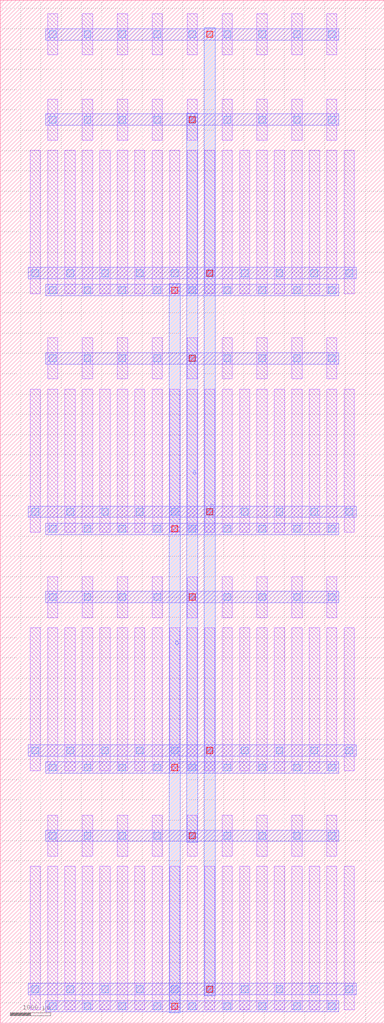
<source format=lef>
MACRO PMOS_S_24460802_X9_Y4
  UNITS 
    DATABASE MICRONS UNITS 1000;
  END UNITS 
  ORIGIN 0 0 ;
  FOREIGN PMOS_S_24460802_X9_Y4 0 0 ;
  SIZE 9460 BY 25200 ;
  PIN D
    DIRECTION INOUT ;
    USE SIGNAL ;
    PORT
      LAYER M3 ;
        RECT 4160 260 4440 18220 ;
    END
  END D
  PIN G
    DIRECTION INOUT ;
    USE SIGNAL ;
    PORT
      LAYER M3 ;
        RECT 4590 4460 4870 22420 ;
    END
  END G
  PIN S
    DIRECTION INOUT ;
    USE SIGNAL ;
    PORT
      LAYER M3 ;
        RECT 5020 680 5300 24520 ;
    END
  END S
  OBS
    LAYER M1 ;
      RECT 1165 335 1415 3865 ;
    LAYER M1 ;
      RECT 1165 4115 1415 5125 ;
    LAYER M1 ;
      RECT 1165 6215 1415 9745 ;
    LAYER M1 ;
      RECT 1165 9995 1415 11005 ;
    LAYER M1 ;
      RECT 1165 12095 1415 15625 ;
    LAYER M1 ;
      RECT 1165 15875 1415 16885 ;
    LAYER M1 ;
      RECT 1165 17975 1415 21505 ;
    LAYER M1 ;
      RECT 1165 21755 1415 22765 ;
    LAYER M1 ;
      RECT 1165 23855 1415 24865 ;
    LAYER M1 ;
      RECT 735 335 985 3865 ;
    LAYER M1 ;
      RECT 735 6215 985 9745 ;
    LAYER M1 ;
      RECT 735 12095 985 15625 ;
    LAYER M1 ;
      RECT 735 17975 985 21505 ;
    LAYER M1 ;
      RECT 1595 335 1845 3865 ;
    LAYER M1 ;
      RECT 1595 6215 1845 9745 ;
    LAYER M1 ;
      RECT 1595 12095 1845 15625 ;
    LAYER M1 ;
      RECT 1595 17975 1845 21505 ;
    LAYER M1 ;
      RECT 2025 335 2275 3865 ;
    LAYER M1 ;
      RECT 2025 4115 2275 5125 ;
    LAYER M1 ;
      RECT 2025 6215 2275 9745 ;
    LAYER M1 ;
      RECT 2025 9995 2275 11005 ;
    LAYER M1 ;
      RECT 2025 12095 2275 15625 ;
    LAYER M1 ;
      RECT 2025 15875 2275 16885 ;
    LAYER M1 ;
      RECT 2025 17975 2275 21505 ;
    LAYER M1 ;
      RECT 2025 21755 2275 22765 ;
    LAYER M1 ;
      RECT 2025 23855 2275 24865 ;
    LAYER M1 ;
      RECT 2455 335 2705 3865 ;
    LAYER M1 ;
      RECT 2455 6215 2705 9745 ;
    LAYER M1 ;
      RECT 2455 12095 2705 15625 ;
    LAYER M1 ;
      RECT 2455 17975 2705 21505 ;
    LAYER M1 ;
      RECT 2885 335 3135 3865 ;
    LAYER M1 ;
      RECT 2885 4115 3135 5125 ;
    LAYER M1 ;
      RECT 2885 6215 3135 9745 ;
    LAYER M1 ;
      RECT 2885 9995 3135 11005 ;
    LAYER M1 ;
      RECT 2885 12095 3135 15625 ;
    LAYER M1 ;
      RECT 2885 15875 3135 16885 ;
    LAYER M1 ;
      RECT 2885 17975 3135 21505 ;
    LAYER M1 ;
      RECT 2885 21755 3135 22765 ;
    LAYER M1 ;
      RECT 2885 23855 3135 24865 ;
    LAYER M1 ;
      RECT 3315 335 3565 3865 ;
    LAYER M1 ;
      RECT 3315 6215 3565 9745 ;
    LAYER M1 ;
      RECT 3315 12095 3565 15625 ;
    LAYER M1 ;
      RECT 3315 17975 3565 21505 ;
    LAYER M1 ;
      RECT 3745 335 3995 3865 ;
    LAYER M1 ;
      RECT 3745 4115 3995 5125 ;
    LAYER M1 ;
      RECT 3745 6215 3995 9745 ;
    LAYER M1 ;
      RECT 3745 9995 3995 11005 ;
    LAYER M1 ;
      RECT 3745 12095 3995 15625 ;
    LAYER M1 ;
      RECT 3745 15875 3995 16885 ;
    LAYER M1 ;
      RECT 3745 17975 3995 21505 ;
    LAYER M1 ;
      RECT 3745 21755 3995 22765 ;
    LAYER M1 ;
      RECT 3745 23855 3995 24865 ;
    LAYER M1 ;
      RECT 4175 335 4425 3865 ;
    LAYER M1 ;
      RECT 4175 6215 4425 9745 ;
    LAYER M1 ;
      RECT 4175 12095 4425 15625 ;
    LAYER M1 ;
      RECT 4175 17975 4425 21505 ;
    LAYER M1 ;
      RECT 4605 335 4855 3865 ;
    LAYER M1 ;
      RECT 4605 4115 4855 5125 ;
    LAYER M1 ;
      RECT 4605 6215 4855 9745 ;
    LAYER M1 ;
      RECT 4605 9995 4855 11005 ;
    LAYER M1 ;
      RECT 4605 12095 4855 15625 ;
    LAYER M1 ;
      RECT 4605 15875 4855 16885 ;
    LAYER M1 ;
      RECT 4605 17975 4855 21505 ;
    LAYER M1 ;
      RECT 4605 21755 4855 22765 ;
    LAYER M1 ;
      RECT 4605 23855 4855 24865 ;
    LAYER M1 ;
      RECT 5035 335 5285 3865 ;
    LAYER M1 ;
      RECT 5035 6215 5285 9745 ;
    LAYER M1 ;
      RECT 5035 12095 5285 15625 ;
    LAYER M1 ;
      RECT 5035 17975 5285 21505 ;
    LAYER M1 ;
      RECT 5465 335 5715 3865 ;
    LAYER M1 ;
      RECT 5465 4115 5715 5125 ;
    LAYER M1 ;
      RECT 5465 6215 5715 9745 ;
    LAYER M1 ;
      RECT 5465 9995 5715 11005 ;
    LAYER M1 ;
      RECT 5465 12095 5715 15625 ;
    LAYER M1 ;
      RECT 5465 15875 5715 16885 ;
    LAYER M1 ;
      RECT 5465 17975 5715 21505 ;
    LAYER M1 ;
      RECT 5465 21755 5715 22765 ;
    LAYER M1 ;
      RECT 5465 23855 5715 24865 ;
    LAYER M1 ;
      RECT 5895 335 6145 3865 ;
    LAYER M1 ;
      RECT 5895 6215 6145 9745 ;
    LAYER M1 ;
      RECT 5895 12095 6145 15625 ;
    LAYER M1 ;
      RECT 5895 17975 6145 21505 ;
    LAYER M1 ;
      RECT 6325 335 6575 3865 ;
    LAYER M1 ;
      RECT 6325 4115 6575 5125 ;
    LAYER M1 ;
      RECT 6325 6215 6575 9745 ;
    LAYER M1 ;
      RECT 6325 9995 6575 11005 ;
    LAYER M1 ;
      RECT 6325 12095 6575 15625 ;
    LAYER M1 ;
      RECT 6325 15875 6575 16885 ;
    LAYER M1 ;
      RECT 6325 17975 6575 21505 ;
    LAYER M1 ;
      RECT 6325 21755 6575 22765 ;
    LAYER M1 ;
      RECT 6325 23855 6575 24865 ;
    LAYER M1 ;
      RECT 6755 335 7005 3865 ;
    LAYER M1 ;
      RECT 6755 6215 7005 9745 ;
    LAYER M1 ;
      RECT 6755 12095 7005 15625 ;
    LAYER M1 ;
      RECT 6755 17975 7005 21505 ;
    LAYER M1 ;
      RECT 7185 335 7435 3865 ;
    LAYER M1 ;
      RECT 7185 4115 7435 5125 ;
    LAYER M1 ;
      RECT 7185 6215 7435 9745 ;
    LAYER M1 ;
      RECT 7185 9995 7435 11005 ;
    LAYER M1 ;
      RECT 7185 12095 7435 15625 ;
    LAYER M1 ;
      RECT 7185 15875 7435 16885 ;
    LAYER M1 ;
      RECT 7185 17975 7435 21505 ;
    LAYER M1 ;
      RECT 7185 21755 7435 22765 ;
    LAYER M1 ;
      RECT 7185 23855 7435 24865 ;
    LAYER M1 ;
      RECT 7615 335 7865 3865 ;
    LAYER M1 ;
      RECT 7615 6215 7865 9745 ;
    LAYER M1 ;
      RECT 7615 12095 7865 15625 ;
    LAYER M1 ;
      RECT 7615 17975 7865 21505 ;
    LAYER M1 ;
      RECT 8045 335 8295 3865 ;
    LAYER M1 ;
      RECT 8045 4115 8295 5125 ;
    LAYER M1 ;
      RECT 8045 6215 8295 9745 ;
    LAYER M1 ;
      RECT 8045 9995 8295 11005 ;
    LAYER M1 ;
      RECT 8045 12095 8295 15625 ;
    LAYER M1 ;
      RECT 8045 15875 8295 16885 ;
    LAYER M1 ;
      RECT 8045 17975 8295 21505 ;
    LAYER M1 ;
      RECT 8045 21755 8295 22765 ;
    LAYER M1 ;
      RECT 8045 23855 8295 24865 ;
    LAYER M1 ;
      RECT 8475 335 8725 3865 ;
    LAYER M1 ;
      RECT 8475 6215 8725 9745 ;
    LAYER M1 ;
      RECT 8475 12095 8725 15625 ;
    LAYER M1 ;
      RECT 8475 17975 8725 21505 ;
    LAYER M2 ;
      RECT 1120 280 8340 560 ;
    LAYER M2 ;
      RECT 1120 4480 8340 4760 ;
    LAYER M2 ;
      RECT 690 700 8770 980 ;
    LAYER M2 ;
      RECT 1120 6160 8340 6440 ;
    LAYER M2 ;
      RECT 1120 10360 8340 10640 ;
    LAYER M2 ;
      RECT 690 6580 8770 6860 ;
    LAYER M2 ;
      RECT 1120 12040 8340 12320 ;
    LAYER M2 ;
      RECT 1120 16240 8340 16520 ;
    LAYER M2 ;
      RECT 690 12460 8770 12740 ;
    LAYER M2 ;
      RECT 1120 17920 8340 18200 ;
    LAYER M2 ;
      RECT 1120 22120 8340 22400 ;
    LAYER M2 ;
      RECT 1120 24220 8340 24500 ;
    LAYER M2 ;
      RECT 690 18340 8770 18620 ;
    LAYER V1 ;
      RECT 1205 335 1375 505 ;
    LAYER V1 ;
      RECT 1205 4535 1375 4705 ;
    LAYER V1 ;
      RECT 1205 6215 1375 6385 ;
    LAYER V1 ;
      RECT 1205 10415 1375 10585 ;
    LAYER V1 ;
      RECT 1205 12095 1375 12265 ;
    LAYER V1 ;
      RECT 1205 16295 1375 16465 ;
    LAYER V1 ;
      RECT 1205 17975 1375 18145 ;
    LAYER V1 ;
      RECT 1205 22175 1375 22345 ;
    LAYER V1 ;
      RECT 1205 24275 1375 24445 ;
    LAYER V1 ;
      RECT 2065 335 2235 505 ;
    LAYER V1 ;
      RECT 2065 4535 2235 4705 ;
    LAYER V1 ;
      RECT 2065 6215 2235 6385 ;
    LAYER V1 ;
      RECT 2065 10415 2235 10585 ;
    LAYER V1 ;
      RECT 2065 12095 2235 12265 ;
    LAYER V1 ;
      RECT 2065 16295 2235 16465 ;
    LAYER V1 ;
      RECT 2065 17975 2235 18145 ;
    LAYER V1 ;
      RECT 2065 22175 2235 22345 ;
    LAYER V1 ;
      RECT 2065 24275 2235 24445 ;
    LAYER V1 ;
      RECT 2925 335 3095 505 ;
    LAYER V1 ;
      RECT 2925 4535 3095 4705 ;
    LAYER V1 ;
      RECT 2925 6215 3095 6385 ;
    LAYER V1 ;
      RECT 2925 10415 3095 10585 ;
    LAYER V1 ;
      RECT 2925 12095 3095 12265 ;
    LAYER V1 ;
      RECT 2925 16295 3095 16465 ;
    LAYER V1 ;
      RECT 2925 17975 3095 18145 ;
    LAYER V1 ;
      RECT 2925 22175 3095 22345 ;
    LAYER V1 ;
      RECT 2925 24275 3095 24445 ;
    LAYER V1 ;
      RECT 3785 335 3955 505 ;
    LAYER V1 ;
      RECT 3785 4535 3955 4705 ;
    LAYER V1 ;
      RECT 3785 6215 3955 6385 ;
    LAYER V1 ;
      RECT 3785 10415 3955 10585 ;
    LAYER V1 ;
      RECT 3785 12095 3955 12265 ;
    LAYER V1 ;
      RECT 3785 16295 3955 16465 ;
    LAYER V1 ;
      RECT 3785 17975 3955 18145 ;
    LAYER V1 ;
      RECT 3785 22175 3955 22345 ;
    LAYER V1 ;
      RECT 3785 24275 3955 24445 ;
    LAYER V1 ;
      RECT 4645 335 4815 505 ;
    LAYER V1 ;
      RECT 4645 4535 4815 4705 ;
    LAYER V1 ;
      RECT 4645 6215 4815 6385 ;
    LAYER V1 ;
      RECT 4645 10415 4815 10585 ;
    LAYER V1 ;
      RECT 4645 12095 4815 12265 ;
    LAYER V1 ;
      RECT 4645 16295 4815 16465 ;
    LAYER V1 ;
      RECT 4645 17975 4815 18145 ;
    LAYER V1 ;
      RECT 4645 22175 4815 22345 ;
    LAYER V1 ;
      RECT 4645 24275 4815 24445 ;
    LAYER V1 ;
      RECT 5505 335 5675 505 ;
    LAYER V1 ;
      RECT 5505 4535 5675 4705 ;
    LAYER V1 ;
      RECT 5505 6215 5675 6385 ;
    LAYER V1 ;
      RECT 5505 10415 5675 10585 ;
    LAYER V1 ;
      RECT 5505 12095 5675 12265 ;
    LAYER V1 ;
      RECT 5505 16295 5675 16465 ;
    LAYER V1 ;
      RECT 5505 17975 5675 18145 ;
    LAYER V1 ;
      RECT 5505 22175 5675 22345 ;
    LAYER V1 ;
      RECT 5505 24275 5675 24445 ;
    LAYER V1 ;
      RECT 6365 335 6535 505 ;
    LAYER V1 ;
      RECT 6365 4535 6535 4705 ;
    LAYER V1 ;
      RECT 6365 6215 6535 6385 ;
    LAYER V1 ;
      RECT 6365 10415 6535 10585 ;
    LAYER V1 ;
      RECT 6365 12095 6535 12265 ;
    LAYER V1 ;
      RECT 6365 16295 6535 16465 ;
    LAYER V1 ;
      RECT 6365 17975 6535 18145 ;
    LAYER V1 ;
      RECT 6365 22175 6535 22345 ;
    LAYER V1 ;
      RECT 6365 24275 6535 24445 ;
    LAYER V1 ;
      RECT 7225 335 7395 505 ;
    LAYER V1 ;
      RECT 7225 4535 7395 4705 ;
    LAYER V1 ;
      RECT 7225 6215 7395 6385 ;
    LAYER V1 ;
      RECT 7225 10415 7395 10585 ;
    LAYER V1 ;
      RECT 7225 12095 7395 12265 ;
    LAYER V1 ;
      RECT 7225 16295 7395 16465 ;
    LAYER V1 ;
      RECT 7225 17975 7395 18145 ;
    LAYER V1 ;
      RECT 7225 22175 7395 22345 ;
    LAYER V1 ;
      RECT 7225 24275 7395 24445 ;
    LAYER V1 ;
      RECT 8085 335 8255 505 ;
    LAYER V1 ;
      RECT 8085 4535 8255 4705 ;
    LAYER V1 ;
      RECT 8085 6215 8255 6385 ;
    LAYER V1 ;
      RECT 8085 10415 8255 10585 ;
    LAYER V1 ;
      RECT 8085 12095 8255 12265 ;
    LAYER V1 ;
      RECT 8085 16295 8255 16465 ;
    LAYER V1 ;
      RECT 8085 17975 8255 18145 ;
    LAYER V1 ;
      RECT 8085 22175 8255 22345 ;
    LAYER V1 ;
      RECT 8085 24275 8255 24445 ;
    LAYER V1 ;
      RECT 775 755 945 925 ;
    LAYER V1 ;
      RECT 775 6635 945 6805 ;
    LAYER V1 ;
      RECT 775 12515 945 12685 ;
    LAYER V1 ;
      RECT 775 18395 945 18565 ;
    LAYER V1 ;
      RECT 1635 755 1805 925 ;
    LAYER V1 ;
      RECT 1635 6635 1805 6805 ;
    LAYER V1 ;
      RECT 1635 12515 1805 12685 ;
    LAYER V1 ;
      RECT 1635 18395 1805 18565 ;
    LAYER V1 ;
      RECT 2495 755 2665 925 ;
    LAYER V1 ;
      RECT 2495 6635 2665 6805 ;
    LAYER V1 ;
      RECT 2495 12515 2665 12685 ;
    LAYER V1 ;
      RECT 2495 18395 2665 18565 ;
    LAYER V1 ;
      RECT 3355 755 3525 925 ;
    LAYER V1 ;
      RECT 3355 6635 3525 6805 ;
    LAYER V1 ;
      RECT 3355 12515 3525 12685 ;
    LAYER V1 ;
      RECT 3355 18395 3525 18565 ;
    LAYER V1 ;
      RECT 4215 755 4385 925 ;
    LAYER V1 ;
      RECT 4215 6635 4385 6805 ;
    LAYER V1 ;
      RECT 4215 12515 4385 12685 ;
    LAYER V1 ;
      RECT 4215 18395 4385 18565 ;
    LAYER V1 ;
      RECT 5075 755 5245 925 ;
    LAYER V1 ;
      RECT 5075 6635 5245 6805 ;
    LAYER V1 ;
      RECT 5075 12515 5245 12685 ;
    LAYER V1 ;
      RECT 5075 18395 5245 18565 ;
    LAYER V1 ;
      RECT 5935 755 6105 925 ;
    LAYER V1 ;
      RECT 5935 6635 6105 6805 ;
    LAYER V1 ;
      RECT 5935 12515 6105 12685 ;
    LAYER V1 ;
      RECT 5935 18395 6105 18565 ;
    LAYER V1 ;
      RECT 6795 755 6965 925 ;
    LAYER V1 ;
      RECT 6795 6635 6965 6805 ;
    LAYER V1 ;
      RECT 6795 12515 6965 12685 ;
    LAYER V1 ;
      RECT 6795 18395 6965 18565 ;
    LAYER V1 ;
      RECT 7655 755 7825 925 ;
    LAYER V1 ;
      RECT 7655 6635 7825 6805 ;
    LAYER V1 ;
      RECT 7655 12515 7825 12685 ;
    LAYER V1 ;
      RECT 7655 18395 7825 18565 ;
    LAYER V1 ;
      RECT 8515 755 8685 925 ;
    LAYER V1 ;
      RECT 8515 6635 8685 6805 ;
    LAYER V1 ;
      RECT 8515 12515 8685 12685 ;
    LAYER V1 ;
      RECT 8515 18395 8685 18565 ;
    LAYER V2 ;
      RECT 4225 345 4375 495 ;
    LAYER V2 ;
      RECT 4225 6225 4375 6375 ;
    LAYER V2 ;
      RECT 4225 12105 4375 12255 ;
    LAYER V2 ;
      RECT 4225 17985 4375 18135 ;
    LAYER V2 ;
      RECT 4655 4545 4805 4695 ;
    LAYER V2 ;
      RECT 4655 10425 4805 10575 ;
    LAYER V2 ;
      RECT 4655 16305 4805 16455 ;
    LAYER V2 ;
      RECT 4655 22185 4805 22335 ;
    LAYER V2 ;
      RECT 5085 765 5235 915 ;
    LAYER V2 ;
      RECT 5085 6645 5235 6795 ;
    LAYER V2 ;
      RECT 5085 12525 5235 12675 ;
    LAYER V2 ;
      RECT 5085 18405 5235 18555 ;
    LAYER V2 ;
      RECT 5085 24285 5235 24435 ;
  END
END PMOS_S_24460802_X9_Y4

</source>
